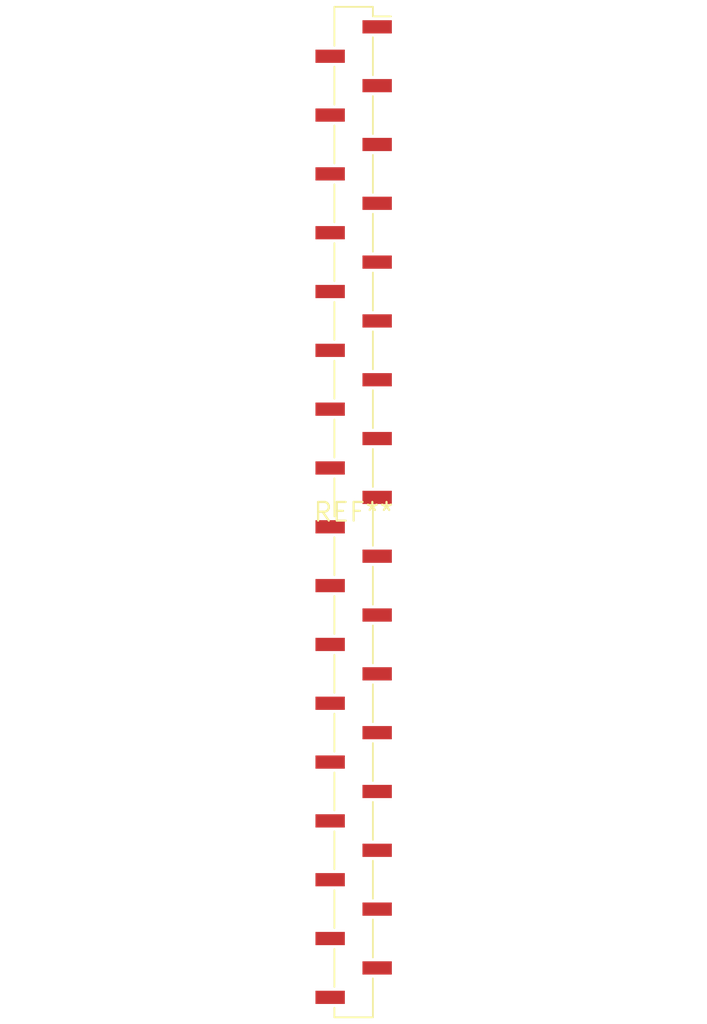
<source format=kicad_pcb>
(kicad_pcb (version 20240108) (generator pcbnew)
  (layers (0 "F.Cu" signal) (31 "B.Cu" signal) (34 "B.Paste" user) (35 "F.Paste" user) (36 "B.SilkS" user "B.Silkscreen") (37 "F.SilkS" user "F.Silkscreen") (38 "B.Mask" user) (39 "F.Mask" user) (44 "Edge.Cuts" user))
  (net 0 "")
  (footprint "PinSocket_1x34_P2.00mm_Vertical_SMD_Pin1Right" (layer "F.Cu") (at 0 0)
    (property "Reference" "REF**")
    (property "Value" "PinSocket_1x34_P2.00mm_Vertical_SMD_Pin1Right")
    (fp_line (start -1.31 -34.36) (end -1.31 -31.71) (layer "F.SilkS") (stroke (width 0.12)))
    (fp_line (start -1.31 -34.36) (end 1.31 -34.36) (layer "F.SilkS") (stroke (width 0.12)))
    (fp_line (start -1.31 -30.29) (end -1.31 -27.71) (layer "F.SilkS") (stroke (width 0.12)))
    (fp_line (start -1.31 -26.29) (end -1.31 -23.71) (layer "F.SilkS") (stroke (width 0.12)))
    (fp_line (start -1.31 -22.29) (end -1.31 -19.71) (layer "F.SilkS") (stroke (width 0.12)))
    (fp_line (start -1.31 -18.29) (end -1.31 -15.71) (layer "F.SilkS") (stroke (width 0.12)))
    (fp_line (start -1.31 -14.29) (end -1.31 -11.71) (layer "F.SilkS") (stroke (width 0.12)))
    (fp_line (start -1.31 -10.29) (end -1.31 -7.71) (layer "F.SilkS") (stroke (width 0.12)))
    (fp_line (start -1.31 -6.29) (end -1.31 -3.71) (layer "F.SilkS") (stroke (width 0.12)))
    (fp_line (start -1.31 -2.29) (end -1.31 0.29) (layer "F.SilkS") (stroke (width 0.12)))
    (fp_line (start -1.31 1.71) (end -1.31 4.29) (layer "F.SilkS") (stroke (width 0.12)))
    (fp_line (start -1.31 5.71) (end -1.31 8.29) (layer "F.SilkS") (stroke (width 0.12)))
    (fp_line (start -1.31 9.71) (end -1.31 12.29) (layer "F.SilkS") (stroke (width 0.12)))
    (fp_line (start -1.31 13.71) (end -1.31 16.29) (layer "F.SilkS") (stroke (width 0.12)))
    (fp_line (start -1.31 17.71) (end -1.31 20.29) (layer "F.SilkS") (stroke (width 0.12)))
    (fp_line (start -1.31 21.71) (end -1.31 24.29) (layer "F.SilkS") (stroke (width 0.12)))
    (fp_line (start -1.31 25.71) (end -1.31 28.29) (layer "F.SilkS") (stroke (width 0.12)))
    (fp_line (start -1.31 29.71) (end -1.31 32.29) (layer "F.SilkS") (stroke (width 0.12)))
    (fp_line (start -1.31 33.71) (end -1.31 34.36) (layer "F.SilkS") (stroke (width 0.12)))
    (fp_line (start -1.31 34.36) (end 1.31 34.36) (layer "F.SilkS") (stroke (width 0.12)))
    (fp_line (start 1.31 -34.36) (end 1.31 -33.71) (layer "F.SilkS") (stroke (width 0.12)))
    (fp_line (start 1.31 -33.71) (end 2.54 -33.71) (layer "F.SilkS") (stroke (width 0.12)))
    (fp_line (start 1.31 -32.29) (end 1.31 -29.71) (layer "F.SilkS") (stroke (width 0.12)))
    (fp_line (start 1.31 -28.29) (end 1.31 -25.71) (layer "F.SilkS") (stroke (width 0.12)))
    (fp_line (start 1.31 -24.29) (end 1.31 -21.71) (layer "F.SilkS") (stroke (width 0.12)))
    (fp_line (start 1.31 -20.29) (end 1.31 -17.71) (layer "F.SilkS") (stroke (width 0.12)))
    (fp_line (start 1.31 -16.29) (end 1.31 -13.71) (layer "F.SilkS") (stroke (width 0.12)))
    (fp_line (start 1.31 -12.29) (end 1.31 -9.71) (layer "F.SilkS") (stroke (width 0.12)))
    (fp_line (start 1.31 -8.29) (end 1.31 -5.71) (layer "F.SilkS") (stroke (width 0.12)))
    (fp_line (start 1.31 -4.29) (end 1.31 -1.71) (layer "F.SilkS") (stroke (width 0.12)))
    (fp_line (start 1.31 -0.29) (end 1.31 2.29) (layer "F.SilkS") (stroke (width 0.12)))
    (fp_line (start 1.31 3.71) (end 1.31 6.29) (layer "F.SilkS") (stroke (width 0.12)))
    (fp_line (start 1.31 7.71) (end 1.31 10.29) (layer "F.SilkS") (stroke (width 0.12)))
    (fp_line (start 1.31 11.71) (end 1.31 14.29) (layer "F.SilkS") (stroke (width 0.12)))
    (fp_line (start 1.31 15.71) (end 1.31 18.29) (layer "F.SilkS") (stroke (width 0.12)))
    (fp_line (start 1.31 19.71) (end 1.31 22.29) (layer "F.SilkS") (stroke (width 0.12)))
    (fp_line (start 1.31 23.71) (end 1.31 26.29) (layer "F.SilkS") (stroke (width 0.12)))
    (fp_line (start 1.31 27.71) (end 1.31 30.29) (layer "F.SilkS") (stroke (width 0.12)))
    (fp_line (start 1.31 31.71) (end 1.31 34.36) (layer "F.SilkS") (stroke (width 0.12)))
    (pad "1" smd rect (at 1.6 -33) (size 2 0.9) (layers "F.Cu" "F.Paste" "F.Mask"))
    (pad "2" smd rect (at -1.6 -31) (size 2 0.9) (layers "F.Cu" "F.Paste" "F.Mask"))
    (pad "3" smd rect (at 1.6 -29) (size 2 0.9) (layers "F.Cu" "F.Paste" "F.Mask"))
    (pad "4" smd rect (at -1.6 -27) (size 2 0.9) (layers "F.Cu" "F.Paste" "F.Mask"))
    (pad "5" smd rect (at 1.6 -25) (size 2 0.9) (layers "F.Cu" "F.Paste" "F.Mask"))
    (pad "6" smd rect (at -1.6 -23) (size 2 0.9) (layers "F.Cu" "F.Paste" "F.Mask"))
    (pad "7" smd rect (at 1.6 -21) (size 2 0.9) (layers "F.Cu" "F.Paste" "F.Mask"))
    (pad "8" smd rect (at -1.6 -19) (size 2 0.9) (layers "F.Cu" "F.Paste" "F.Mask"))
    (pad "9" smd rect (at 1.6 -17) (size 2 0.9) (layers "F.Cu" "F.Paste" "F.Mask"))
    (pad "10" smd rect (at -1.6 -15) (size 2 0.9) (layers "F.Cu" "F.Paste" "F.Mask"))
    (pad "11" smd rect (at 1.6 -13) (size 2 0.9) (layers "F.Cu" "F.Paste" "F.Mask"))
    (pad "12" smd rect (at -1.6 -11) (size 2 0.9) (layers "F.Cu" "F.Paste" "F.Mask"))
    (pad "13" smd rect (at 1.6 -9) (size 2 0.9) (layers "F.Cu" "F.Paste" "F.Mask"))
    (pad "14" smd rect (at -1.6 -7) (size 2 0.9) (layers "F.Cu" "F.Paste" "F.Mask"))
    (pad "15" smd rect (at 1.6 -5) (size 2 0.9) (layers "F.Cu" "F.Paste" "F.Mask"))
    (pad "16" smd rect (at -1.6 -3) (size 2 0.9) (layers "F.Cu" "F.Paste" "F.Mask"))
    (pad "17" smd rect (at 1.6 -1) (size 2 0.9) (layers "F.Cu" "F.Paste" "F.Mask"))
    (pad "18" smd rect (at -1.6 1) (size 2 0.9) (layers "F.Cu" "F.Paste" "F.Mask"))
    (pad "19" smd rect (at 1.6 3) (size 2 0.9) (layers "F.Cu" "F.Paste" "F.Mask"))
    (pad "20" smd rect (at -1.6 5) (size 2 0.9) (layers "F.Cu" "F.Paste" "F.Mask"))
    (pad "21" smd rect (at 1.6 7) (size 2 0.9) (layers "F.Cu" "F.Paste" "F.Mask"))
    (pad "22" smd rect (at -1.6 9) (size 2 0.9) (layers "F.Cu" "F.Paste" "F.Mask"))
    (pad "23" smd rect (at 1.6 11) (size 2 0.9) (layers "F.Cu" "F.Paste" "F.Mask"))
    (pad "24" smd rect (at -1.6 13) (size 2 0.9) (layers "F.Cu" "F.Paste" "F.Mask"))
    (pad "25" smd rect (at 1.6 15) (size 2 0.9) (layers "F.Cu" "F.Paste" "F.Mask"))
    (pad "26" smd rect (at -1.6 17) (size 2 0.9) (layers "F.Cu" "F.Paste" "F.Mask"))
    (pad "27" smd rect (at 1.6 19) (size 2 0.9) (layers "F.Cu" "F.Paste" "F.Mask"))
    (pad "28" smd rect (at -1.6 21) (size 2 0.9) (layers "F.Cu" "F.Paste" "F.Mask"))
    (pad "29" smd rect (at 1.6 23) (size 2 0.9) (layers "F.Cu" "F.Paste" "F.Mask"))
    (pad "30" smd rect (at -1.6 25) (size 2 0.9) (layers "F.Cu" "F.Paste" "F.Mask"))
    (pad "31" smd rect (at 1.6 27) (size 2 0.9) (layers "F.Cu" "F.Paste" "F.Mask"))
    (pad "32" smd rect (at -1.6 29) (size 2 0.9) (layers "F.Cu" "F.Paste" "F.Mask"))
    (pad "33" smd rect (at 1.6 31) (size 2 0.9) (layers "F.Cu" "F.Paste" "F.Mask"))
    (pad "34" smd rect (at -1.6 33) (size 2 0.9) (layers "F.Cu" "F.Paste" "F.Mask"))
  )
)
</source>
